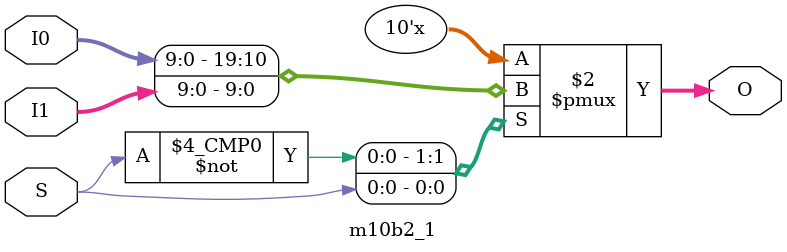
<source format=v>
`timescale 1ns / 1ps
module m10b2_1(
    input [15:0] I0,
    input [15:0] I1,
    input S,
    output reg [9:0] O
    );
	
	always @ (*)
		begin
		
			case(S)
			
				0:
					O = I0[9:0];
				1:
					O = I1[9:0];
				default:
					$display("ERROR! m10b2_ 1 SET VALUE OUT OF RANGE!");
				
			endcase
			
		end


endmodule

</source>
